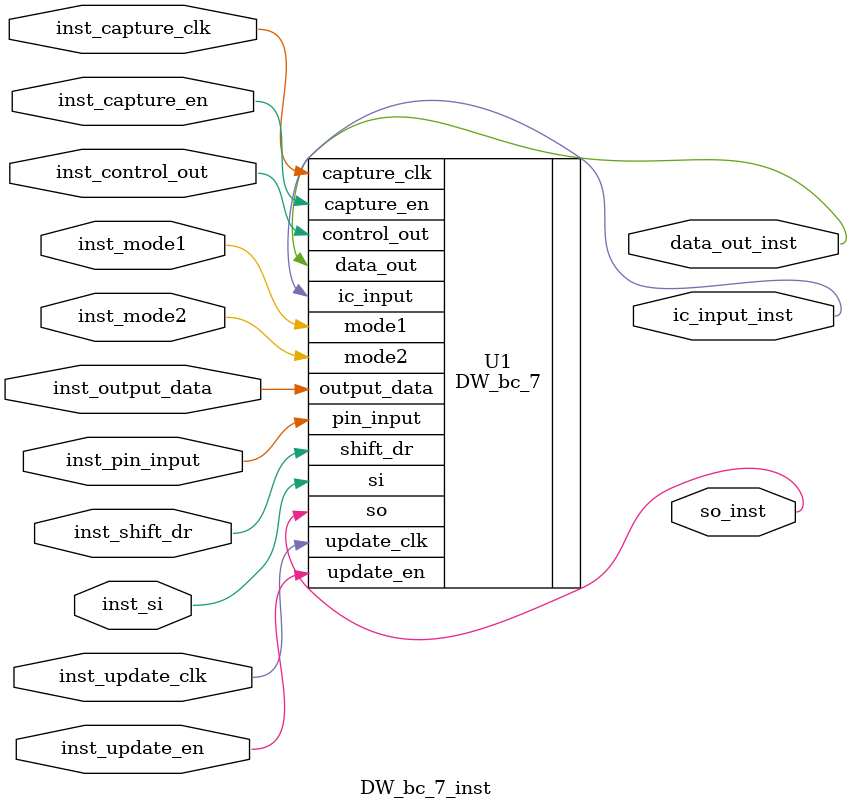
<source format=v>
module DW_bc_7_inst(inst_capture_clk, inst_update_clk, inst_capture_en,
                   inst_update_en, inst_shift_dr, inst_mode1, inst_mode2,
                   inst_si, inst_pin_input, inst_control_out, 
                   inst_output_data, ic_input_inst, data_out_inst, so_inst );
  input inst_capture_clk;
  input inst_update_clk;
  input inst_capture_en;
  input inst_update_en;
  input inst_shift_dr;
  input inst_mode1;
  input inst_mode2;
  input inst_si;
  input inst_pin_input;
  input inst_control_out;
  input inst_output_data;
  output ic_input_inst;
  output data_out_inst;
  output so_inst;

  // Instance of DW_bc_7
  DW_bc_7 
    U1 (.capture_clk(inst_capture_clk),   .update_clk(inst_update_clk),
        .capture_en(inst_capture_en),   .update_en(inst_update_en),
        .shift_dr(inst_shift_dr),   .mode1(inst_mode1),   .mode2(inst_mode2),
        .si(inst_si),   .pin_input(inst_pin_input),
         .control_out(inst_control_out),   .output_data(inst_output_data),
         .ic_input(ic_input_inst),   .data_out(data_out_inst),
         .so(so_inst) );
endmodule


</source>
